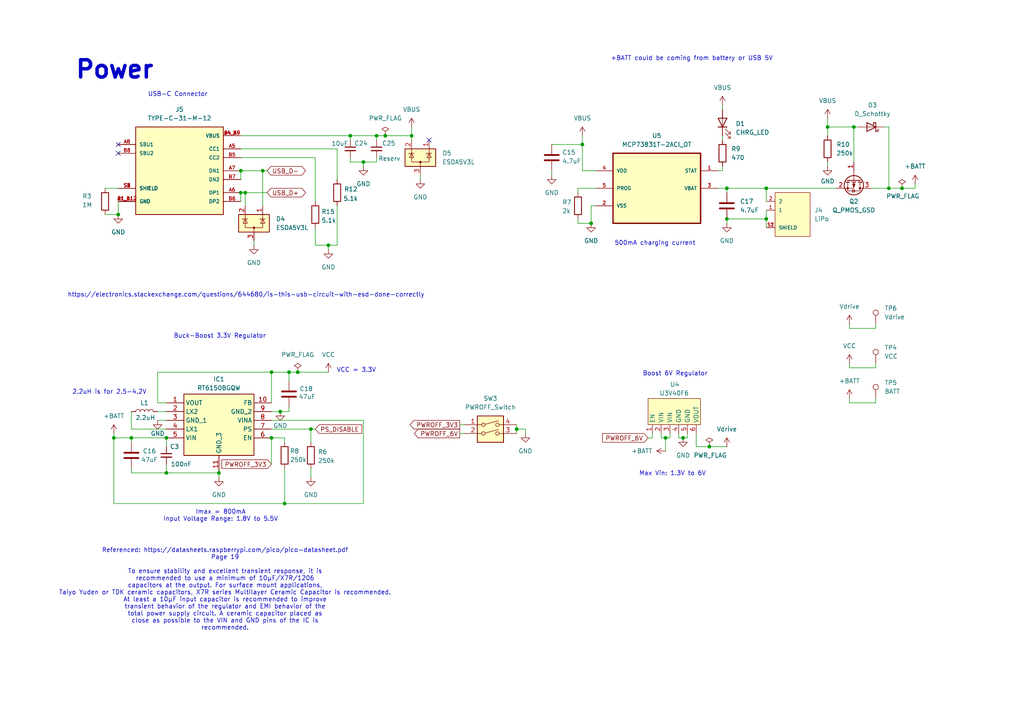
<source format=kicad_sch>
(kicad_sch (version 20231120) (generator "eeschema") (generator_version "8.0")
  (paper "A4")
  (lib_symbols
    (symbol "Connector:TestPoint" (pin_numbers hide) (pin_names (offset 0.762) hide)
      (property "Reference" "TP" (at 0 6.858 0))
      (property "Value" "TestPoint" (at 0 5.08 0))
      (symbol "TestPoint_0_1"
        (circle (center 0 3.302) (radius 0.762))
      )
      (symbol "TestPoint_1_1"
        (pin passive line (at 0 0 90) (length 2.54) (name "1") (number "1"))
      )
    )
    (symbol "Device:C" (pin_numbers hide) (pin_names (offset 0.254))
      (property "Reference" "C" (at 0.635 2.54 0))
      (property "Value" "C" (at 0.635 -2.54 0))
      (symbol "C_0_1"
        (polyline (pts (xy -2.032 -0.762) (xy 2.032 -0.762)) (stroke (width 0.508)))
        (polyline (pts (xy -2.032 0.762) (xy 2.032 0.762)) (stroke (width 0.508)))
      )
      (symbol "C_1_1"
        (pin passive line (at 0 3.81 270) (length 2.794) (name "~") (number "1"))
        (pin passive line (at 0 -3.81 90) (length 2.794) (name "~") (number "2"))
      )
    )
    (symbol "Device:C_Small" (pin_numbers hide) (pin_names (offset 0.254) hide)
      (property "Reference" "C" (at 0.254 1.778 0))
      (property "Value" "C_Small" (at 0.254 -2.032 0))
      (symbol "C_Small_0_1"
        (polyline (pts (xy -1.524 -0.508) (xy 1.524 -0.508)) (stroke (width 0.3302)))
        (polyline (pts (xy -1.524 0.508) (xy 1.524 0.508)) (stroke (width 0.3048)))
      )
      (symbol "C_Small_1_1"
        (pin passive line (at 0 2.54 270) (length 2.032) (name "~") (number "1"))
        (pin passive line (at 0 -2.54 90) (length 2.032) (name "~") (number "2"))
      )
    )
    (symbol "Device:D_Schottky" (pin_numbers hide) (pin_names (offset 1.016) hide)
      (property "Reference" "D" (at 0 2.54 0))
      (property "Value" "D_Schottky" (at 0 -2.54 0))
      (symbol "D_Schottky_0_1"
        (polyline (pts (xy 1.27 0) (xy -1.27 0)))
        (polyline (pts (xy 1.27 1.27) (xy 1.27 -1.27) (xy -1.27 0) (xy 1.27 1.27)) (stroke (width 0.254)))
        (polyline (pts (xy -1.905 0.635) (xy -1.905 1.27) (xy -1.27 1.27) (xy -1.27 -1.27) (xy -0.635 -1.27) (xy -0.635 -0.635)) (stroke (width 0.254)))
      )
      (symbol "D_Schottky_1_1"
        (pin passive line (at -3.81 0 0) (length 2.54) (name "K") (number "1"))
        (pin passive line (at 3.81 0 180) (length 2.54) (name "A") (number "2"))
      )
    )
    (symbol "Device:L" (pin_numbers hide) (pin_names (offset 1.016) hide)
      (property "Reference" "L" (at -1.27 0 90))
      (property "Value" "L" (at 1.905 0 90))
      (symbol "L_0_1"
        (arc (start 0 -2.54) (mid 0.6323 -1.905) (end 0 -1.27))
        (arc (start 0 -1.27) (mid 0.6323 -0.635) (end 0 0))
        (arc (start 0 0) (mid 0.6323 0.635) (end 0 1.27))
        (arc (start 0 1.27) (mid 0.6323 1.905) (end 0 2.54))
      )
      (symbol "L_1_1"
        (pin passive line (at 0 3.81 270) (length 1.27) (name "1") (number "1"))
        (pin passive line (at 0 -3.81 90) (length 1.27) (name "2") (number "2"))
      )
    )
    (symbol "Device:LED" (pin_numbers hide) (pin_names (offset 1.016) hide)
      (property "Reference" "D" (at 0 2.54 0))
      (property "Value" "LED" (at 0 -2.54 0))
      (symbol "LED_0_1"
        (polyline (pts (xy -1.27 -1.27) (xy -1.27 1.27)) (stroke (width 0.254)))
        (polyline (pts (xy -1.27 0) (xy 1.27 0)))
        (polyline (pts (xy 1.27 -1.27) (xy 1.27 1.27) (xy -1.27 0) (xy 1.27 -1.27)) (stroke (width 0.254)))
        (polyline (pts (xy -3.048 -0.762) (xy -4.572 -2.286) (xy -3.81 -2.286) (xy -4.572 -2.286) (xy -4.572 -1.524)))
        (polyline (pts (xy -1.778 -0.762) (xy -3.302 -2.286) (xy -2.54 -2.286) (xy -3.302 -2.286) (xy -3.302 -1.524)))
      )
      (symbol "LED_1_1"
        (pin passive line (at -3.81 0 0) (length 2.54) (name "K") (number "1"))
        (pin passive line (at 3.81 0 180) (length 2.54) (name "A") (number "2"))
      )
    )
    (symbol "Device:Q_PMOS_GSD" (pin_names (offset 0) hide)
      (property "Reference" "Q" (at 5.08 1.27 0))
      (property "Value" "Q_PMOS_GSD" (at 5.08 -1.27 0))
      (symbol "Q_PMOS_GSD_0_1"
        (polyline (pts (xy 0.254 0) (xy -2.54 0)))
        (polyline (pts (xy 0.254 1.905) (xy 0.254 -1.905)) (stroke (width 0.254)))
        (polyline (pts (xy 0.762 -1.27) (xy 0.762 -2.286)) (stroke (width 0.254)))
        (polyline (pts (xy 0.762 0.508) (xy 0.762 -0.508)) (stroke (width 0.254)))
        (polyline (pts (xy 0.762 2.286) (xy 0.762 1.27)) (stroke (width 0.254)))
        (polyline (pts (xy 2.54 2.54) (xy 2.54 1.778)))
        (polyline (pts (xy 2.54 -2.54) (xy 2.54 0) (xy 0.762 0)))
        (polyline (pts (xy 0.762 1.778) (xy 3.302 1.778) (xy 3.302 -1.778) (xy 0.762 -1.778)))
        (polyline (pts (xy 2.286 0) (xy 1.27 0.381) (xy 1.27 -0.381) (xy 2.286 0)) (fill (type outline)))
        (polyline (pts (xy 2.794 -0.508) (xy 2.921 -0.381) (xy 3.683 -0.381) (xy 3.81 -0.254)))
        (polyline (pts (xy 3.302 -0.381) (xy 2.921 0.254) (xy 3.683 0.254) (xy 3.302 -0.381)))
        (circle (center 1.651 0) (radius 2.794) (stroke (width 0.254)))
        (circle (center 2.54 -1.778) (radius 0.254) (fill (type outline)))
        (circle (center 2.54 1.778) (radius 0.254) (fill (type outline)))
      )
      (symbol "Q_PMOS_GSD_1_1"
        (pin input line (at -5.08 0 0) (length 2.54) (name "G") (number "1"))
        (pin passive line (at 2.54 -5.08 90) (length 2.54) (name "S") (number "2"))
        (pin passive line (at 2.54 5.08 270) (length 2.54) (name "D") (number "3"))
      )
    )
    (symbol "Device:R" (pin_numbers hide) (pin_names (offset 0))
      (property "Reference" "R" (at 2.032 0 90))
      (property "Value" "R" (at 0 0 90))
      (symbol "R_0_1"
        (rectangle (start -1.016 -2.54) (end 1.016 2.54) (stroke (width 0.254)))
      )
      (symbol "R_1_1"
        (pin passive line (at 0 3.81 270) (length 1.27) (name "~") (number "1"))
        (pin passive line (at 0 -3.81 90) (length 1.27) (name "~") (number "2"))
      )
    )
    (symbol "GND_1" (power) (pin_numbers hide) (pin_names (offset 0) hide)
      (property "Value" "GND" (at 0 -3.81 0))
      (symbol "GND_1_0_1"
        (polyline (pts (xy 0 0) (xy 0 -1.27) (xy 1.27 -1.27) (xy 0 -2.54) (xy -1.27 -1.27) (xy 0 -1.27)))
      )
      (symbol "GND_1_1_1"
        (pin power_in line (at 0 0 270) (length 0) (name "~") (number "1"))
      )
    )
    (symbol "GND_2" (power) (pin_numbers hide) (pin_names (offset 0) hide)
      (property "Value" "GND" (at 0 -3.81 0))
      (symbol "GND_2_0_1"
        (polyline (pts (xy 0 0) (xy 0 -1.27) (xy 1.27 -1.27) (xy 0 -2.54) (xy -1.27 -1.27) (xy 0 -1.27)))
      )
      (symbol "GND_2_1_1"
        (pin power_in line (at 0 0 270) (length 0) (name "~") (number "1"))
      )
    )
    (symbol "GND_3" (power) (pin_numbers hide) (pin_names (offset 0) hide)
      (property "Value" "GND" (at 0 -3.81 0))
      (symbol "GND_3_0_1"
        (polyline (pts (xy 0 0) (xy 0 -1.27) (xy 1.27 -1.27) (xy 0 -2.54) (xy -1.27 -1.27) (xy 0 -1.27)))
      )
      (symbol "GND_3_1_1"
        (pin power_in line (at 0 0 270) (length 0) (name "~") (number "1"))
      )
    )
    (symbol "GND_4" (power) (pin_numbers hide) (pin_names (offset 0) hide)
      (property "Value" "GND" (at 0 -3.81 0))
      (symbol "GND_4_0_1"
        (polyline (pts (xy 0 0) (xy 0 -1.27) (xy 1.27 -1.27) (xy 0 -2.54) (xy -1.27 -1.27) (xy 0 -1.27)))
      )
      (symbol "GND_4_1_1"
        (pin power_in line (at 0 0 270) (length 0) (name "~") (number "1"))
      )
    )
    (symbol "Mad_Bot:ESDA5V3L" (pin_names hide)
      (property "Reference" "D" (at 5.715 2.54 0))
      (property "Value" "ESDA5V3L" (at 5.715 0.635 0))
      (symbol "ESDA5V3L_0_0"
        (pin passive line (at 0 -5.08 90) (length 2.54) (name "A") (number "3"))
      )
      (symbol "ESDA5V3L_0_1"
        (rectangle (start -4.445 2.54) (end 4.445 -2.54) (stroke (width 0.254)) (fill (type background)))
        (circle (center 0 -1.27) (radius 0.254) (fill (type outline)))
        (polyline (pts (xy -2.54 2.54) (xy -2.54 1.27)))
        (polyline (pts (xy 0 -1.27) (xy 0 -2.54)))
        (polyline (pts (xy 2.54 2.54) (xy 2.54 1.27)))
        (polyline (pts (xy -3.302 1.016) (xy -3.302 1.27) (xy -1.905 1.27) (xy -1.778 1.27)))
        (polyline (pts (xy -2.54 1.27) (xy -2.54 -1.27) (xy 2.54 -1.27) (xy 2.54 1.27)))
        (polyline (pts (xy -2.54 1.27) (xy -1.905 0) (xy -3.175 0) (xy -2.54 1.27)))
        (polyline (pts (xy 1.778 1.016) (xy 1.778 1.27) (xy 3.175 1.27) (xy 3.302 1.27)))
        (polyline (pts (xy 2.54 1.27) (xy 1.905 0) (xy 3.175 0) (xy 2.54 1.27)))
      )
      (symbol "ESDA5V3L_1_1"
        (pin passive line (at 2.54 5.08 270) (length 2.54) (name "K") (number "1"))
        (pin passive line (at -2.54 5.08 270) (length 2.54) (name "K") (number "2"))
      )
    )
    (symbol "Mad_Bot:MCP73831T-2ACI_OT" (pin_names (offset 1.016))
      (property "Reference" "U" (at -4.1227 10.0778 0))
      (property "Value" "MCP73831T-2ACI_OT" (at -9.398 -16.002 0))
      (symbol "MCP73831T-2ACI_OT_0_0"
        (rectangle (start -12.7 -12.7) (end 12.7 7.62) (stroke (width 0.4064)) (fill (type background)))
        (pin output line (at 17.78 2.54 180) (length 5.08) (name "STAT") (number "1"))
        (pin power_in line (at -17.78 -7.62 0) (length 5.08) (name "VSS") (number "2"))
        (pin output line (at 17.78 -2.54 180) (length 5.08) (name "VBAT") (number "3"))
        (pin power_in line (at -17.78 2.54 0) (length 5.08) (name "VDD") (number "4"))
        (pin input line (at -17.78 -2.54 0) (length 5.08) (name "PROG") (number "5"))
      )
    )
    (symbol "Mad_Bot:RT6150BGQW"
      (property "Reference" "IC" (at -6.096 15.494 0))
      (property "Value" "RT6150BGQW" (at -6.096 12.954 0))
      (symbol "RT6150BGQW_1_1"
        (rectangle (start -10.16 10.16) (end 10.16 -7.62) (stroke (width 0.254)) (fill (type background)))
        (pin passive line (at -15.24 7.62 0) (length 5.08) (name "VOUT") (number "1"))
        (pin passive line (at 15.24 7.62 180) (length 5.08) (name "FB") (number "10"))
        (pin passive line (at 0 -12.7 90) (length 5.08) (name "GND_3") (number "11"))
        (pin passive line (at -15.24 5.08 0) (length 5.08) (name "LX2") (number "2"))
        (pin passive line (at -15.24 2.54 0) (length 5.08) (name "GND_1") (number "3"))
        (pin passive line (at -15.24 0 0) (length 5.08) (name "LX1") (number "4"))
        (pin passive line (at -15.24 -2.54 0) (length 5.08) (name "VIN") (number "5"))
        (pin passive line (at 15.24 -2.54 180) (length 5.08) (name "EN") (number "6"))
        (pin passive line (at 15.24 0 180) (length 5.08) (name "PS") (number "7"))
        (pin passive line (at 15.24 2.54 180) (length 5.08) (name "VINA") (number "8"))
        (pin passive line (at 15.24 5.08 180) (length 5.08) (name "GND_2") (number "9"))
      )
    )
    (symbol "Mad_Bot:S2B-PH-SM4-TB_LF_SN" (pin_names (offset 1.016))
      (property "Reference" "J" (at -5.0829 5.5957 0))
      (property "Value" "S2B-PH-SM4-TB_LF_SN" (at -11.684 -9.652 0))
      (symbol "S2B-PH-SM4-TB_LF_SN_0_0"
        (rectangle (start -5.08 -7.62) (end 5.08 5.08) (stroke (width 0.1524)) (fill (type background)))
        (pin passive line (at -7.62 0 0) (length 2.54) (name "1") (number "1"))
        (pin passive line (at -7.62 2.54 0) (length 2.54) (name "2") (number "2"))
        (pin passive line (at -7.62 -5.08 0) (length 2.54) (name "SHIELD") (number "S1"))
        (pin passive line (at -7.62 -5.08 0) (length 2.54) (name "SHIELD") (number "S2"))
      )
    )
    (symbol "Mad_Bot:TYPE-C-31-M-12" (pin_names (offset 1.016))
      (property "Reference" "J" (at -12.7 13.462 0))
      (property "Value" "TYPE-C-31-M-12" (at -12.7 -13.462 0))
      (symbol "TYPE-C-31-M-12_0_0"
        (rectangle (start -12.7 -12.7) (end 12.7 12.7) (stroke (width 0.254)) (fill (type background)))
        (pin power_in line (at -17.78 -8.89 0) (length 5.08) (name "GND") (number "A1_B12"))
        (pin power_in line (at 17.78 10.16 180) (length 5.08) (name "VBUS") (number "A4_B9"))
        (pin bidirectional line (at 17.78 6.35 180) (length 5.08) (name "CC1") (number "A5"))
        (pin bidirectional line (at 17.78 -6.35 180) (length 5.08) (name "DP1") (number "A6"))
        (pin bidirectional line (at 17.78 0 180) (length 5.08) (name "DN1") (number "A7"))
        (pin bidirectional line (at -17.78 7.62 0) (length 5.08) (name "SBU1") (number "A8"))
        (pin power_in line (at -17.78 -8.89 0) (length 5.08) (name "GND") (number "B1_A12"))
        (pin power_in line (at 17.78 10.16 180) (length 5.08) (name "VBUS") (number "B4_A9"))
        (pin bidirectional line (at 17.78 3.81 180) (length 5.08) (name "CC2") (number "B5"))
        (pin bidirectional line (at 17.78 -8.89 180) (length 5.08) (name "DP2") (number "B6"))
        (pin bidirectional line (at 17.78 -2.54 180) (length 5.08) (name "DN2") (number "B7"))
        (pin bidirectional line (at -17.78 5.08 0) (length 5.08) (name "SBU2") (number "B8"))
        (pin passive line (at -17.78 -5.08 0) (length 5.08) (name "SHIELD") (number "S1"))
        (pin passive line (at -17.78 -5.08 0) (length 5.08) (name "SHIELD") (number "S2"))
        (pin passive line (at -17.78 -5.08 0) (length 5.08) (name "SHIELD") (number "S3"))
        (pin passive line (at -17.78 -5.08 0) (length 5.08) (name "SHIELD") (number "S4"))
      )
    )
    (symbol "Mad_Bot:U3V40F6"
      (property "Reference" "U" (at 0 5.08 0))
      (property "Value" "U3V40F6" (at 0 7.112 0))
      (symbol "U3V40F6_1_1"
        (rectangle (start -7.62 3.81) (end 7.62 -3.81) (fill (type background)))
        (pin passive line (at -6.35 -6.35 90) (length 2.54) (name "EN") (number "1"))
        (pin passive line (at -3.81 -6.35 90) (length 2.54) (name "VIN") (number "2"))
        (pin passive line (at -1.27 -6.35 90) (length 2.54) (name "VIN") (number "3"))
        (pin passive line (at 1.27 -6.35 90) (length 2.54) (name "GND") (number "4"))
        (pin passive line (at 3.81 -6.35 90) (length 2.54) (name "GND") (number "5"))
        (pin passive line (at 6.35 -6.35 90) (length 2.54) (name "VOUT") (number "6"))
      )
    )
    (symbol "Switch:SW_DIP_x02" (pin_names (offset 0) hide)
      (property "Reference" "SW" (at 0 6.35 0))
      (property "Value" "SW_DIP_x02" (at 0 -3.81 0))
      (symbol "SW_DIP_x02_0_0"
        (circle (center -2.032 0) (radius 0.508))
        (circle (center -2.032 2.54) (radius 0.508))
        (polyline (pts (xy -1.524 0.127) (xy 2.3622 1.1684)))
        (polyline (pts (xy -1.524 2.667) (xy 2.3622 3.7084)))
        (circle (center 2.032 0) (radius 0.508))
        (circle (center 2.032 2.54) (radius 0.508))
      )
      (symbol "SW_DIP_x02_0_1"
        (rectangle (start -3.81 5.08) (end 3.81 -2.54) (stroke (width 0.254)) (fill (type background)))
      )
      (symbol "SW_DIP_x02_1_1"
        (pin passive line (at -7.62 2.54 0) (length 5.08) (name "~") (number "1"))
        (pin passive line (at -7.62 0 0) (length 5.08) (name "~") (number "2"))
        (pin passive line (at 7.62 0 180) (length 5.08) (name "~") (number "3"))
        (pin passive line (at 7.62 2.54 180) (length 5.08) (name "~") (number "4"))
      )
    )
    (symbol "VBUS_1" (power) (pin_numbers hide) (pin_names (offset 0) hide)
      (property "Value" "VBUS" (at 0 3.556 0))
      (symbol "VBUS_1_0_1"
        (polyline (pts (xy -0.762 1.27) (xy 0 2.54)))
        (polyline (pts (xy 0 0) (xy 0 2.54)))
        (polyline (pts (xy 0 2.54) (xy 0.762 1.27)))
      )
      (symbol "VBUS_1_1_1"
        (pin power_in line (at 0 0 90) (length 0) (name "~") (number "1"))
      )
    )
    (symbol "VBUS_2" (power) (pin_numbers hide) (pin_names (offset 0) hide)
      (property "Value" "VBUS" (at 0 3.556 0))
      (symbol "VBUS_2_0_1"
        (polyline (pts (xy -0.762 1.27) (xy 0 2.54)))
        (polyline (pts (xy 0 0) (xy 0 2.54)))
        (polyline (pts (xy 0 2.54) (xy 0.762 1.27)))
      )
      (symbol "VBUS_2_1_1"
        (pin power_in line (at 0 0 90) (length 0) (name "~") (number "1"))
      )
    )
    (symbol "power:+BATT" (power) (pin_numbers hide) (pin_names (offset 0) hide)
      (property "Value" "+BATT" (at 0 3.556 0))
      (symbol "+BATT_0_1"
        (polyline (pts (xy -0.762 1.27) (xy 0 2.54)))
        (polyline (pts (xy 0 0) (xy 0 2.54)))
        (polyline (pts (xy 0 2.54) (xy 0.762 1.27)))
      )
      (symbol "+BATT_1_1"
        (pin power_in line (at 0 0 90) (length 0) (name "~") (number "1"))
      )
    )
    (symbol "power:GND" (power) (pin_numbers hide) (pin_names (offset 0) hide)
      (property "Value" "GND" (at 0 -3.81 0))
      (symbol "GND_0_1"
        (polyline (pts (xy 0 0) (xy 0 -1.27) (xy 1.27 -1.27) (xy 0 -2.54) (xy -1.27 -1.27) (xy 0 -1.27)))
      )
      (symbol "GND_1_1"
        (pin power_in line (at 0 0 270) (length 0) (name "~") (number "1"))
      )
    )
    (symbol "power:PWR_FLAG" (power) (pin_numbers hide) (pin_names (offset 0) hide)
      (property "Value" "PWR_FLAG" (at 0 3.81 0))
      (symbol "PWR_FLAG_0_0"
        (pin power_out line (at 0 0 90) (length 0) (name "~") (number "1"))
      )
      (symbol "PWR_FLAG_0_1"
        (polyline (pts (xy 0 0) (xy 0 1.27) (xy -1.016 1.905) (xy 0 2.54) (xy 1.016 1.905) (xy 0 1.27)))
      )
    )
    (symbol "power:VCC" (power) (pin_numbers hide) (pin_names (offset 0) hide)
      (property "Value" "VCC" (at 0 3.556 0))
      (symbol "VCC_0_1"
        (polyline (pts (xy -0.762 1.27) (xy 0 2.54)))
        (polyline (pts (xy 0 0) (xy 0 2.54)))
        (polyline (pts (xy 0 2.54) (xy 0.762 1.27)))
      )
      (symbol "VCC_1_1"
        (pin power_in line (at 0 0 90) (length 0) (name "~") (number "1"))
      )
    )
    (symbol "power:Vdrive" (power) (pin_numbers hide) (pin_names (offset 0) hide)
      (property "Value" "Vdrive" (at 0 3.556 0))
      (symbol "Vdrive_0_1"
        (polyline (pts (xy -0.762 1.27) (xy 0 2.54)))
        (polyline (pts (xy 0 0) (xy 0 2.54)))
        (polyline (pts (xy 0 2.54) (xy 0.762 1.27)))
      )
      (symbol "Vdrive_1_1"
        (pin power_in line (at 0 0 90) (length 0) (name "~") (number "1"))
      )
    )
  )
  (junction (at 240.03 36.83))
  (junction (at 222.25 54.61))
  (junction (at 81.28 119.38))
  (junction (at 38.1 127))
  (junction (at 33.02 127))
  (junction (at 149.86 124.46))
  (junction (at 48.26 127))
  (junction (at 82.55 146.05))
  (junction (at 101.6 39.37))
  (junction (at 247.65 36.83))
  (junction (at 261.62 54.61))
  (junction (at 69.85 49.53))
  (junction (at 34.29 62.23))
  (junction (at 86.36 107.95))
  (junction (at 210.82 63.5))
  (junction (at 119.38 39.37))
  (junction (at 63.5 137.16))
  (junction (at 90.17 124.46))
  (junction (at 111.76 39.37))
  (junction (at 222.25 63.5))
  (junction (at 257.81 54.61))
  (junction (at 76.2 49.53))
  (junction (at 78.74 107.95))
  (junction (at 198.12 127))
  (junction (at 48.26 137.16))
  (junction (at 205.74 129.54))
  (junction (at 95.25 71.12))
  (junction (at 78.74 127))
  (junction (at 83.82 107.95))
  (junction (at 168.91 41.91))
  (junction (at 109.22 39.37))
  (junction (at 71.12 55.88))
  (junction (at 69.85 55.88))
  (junction (at 210.82 54.61))
  (junction (at 171.45 64.77))
  (junction (at 193.04 127))
  (junction (at 105.41 46.99))
  (no_connect (at 34.29 44.45))
  (no_connect (at 124.46 40.64))
  (no_connect (at 34.29 41.91))
  (wire (pts (xy 222.25 54.61) (xy 242.57 54.61)))
  (wire (pts (xy 199.39 125.73) (xy 199.39 127)))
  (wire (pts (xy 105.41 46.99) (xy 105.41 48.26)))
  (wire (pts (xy 189.23 127) (xy 189.23 125.73)))
  (wire (pts (xy 101.6 39.37) (xy 101.6 40.64)))
  (wire (pts (xy 91.44 66.04) (xy 91.44 71.12)))
  (wire (pts (xy 101.6 39.37) (xy 109.22 39.37)))
  (wire (pts (xy 109.22 45.72) (xy 109.22 46.99)))
  (wire (pts (xy 222.25 54.61) (xy 222.25 58.42)))
  (wire (pts (xy 257.81 36.83) (xy 256.54 36.83)))
  (wire (pts (xy 168.91 41.91) (xy 168.91 49.53)))
  (wire (pts (xy 69.85 45.72) (xy 91.44 45.72)))
  (wire (pts (xy 105.41 146.05) (xy 105.41 121.92)))
  (wire (pts (xy 199.39 127) (xy 198.12 127)))
  (wire (pts (xy 45.72 121.92) (xy 48.26 121.92)))
  (wire (pts (xy 69.85 55.88) (xy 71.12 55.88)))
  (wire (pts (xy 254 106.68) (xy 254 105.41)))
  (wire (pts (xy 210.82 54.61) (xy 210.82 55.88)))
  (wire (pts (xy 82.55 127) (xy 82.55 128.27)))
  (wire (pts (xy 119.38 39.37) (xy 119.38 40.64)))
  (wire (pts (xy 95.25 71.12) (xy 97.79 71.12)))
  (wire (pts (xy 30.48 54.61) (xy 34.29 54.61)))
  (wire (pts (xy 48.26 134.62) (xy 48.26 137.16)))
  (wire (pts (xy 193.04 127) (xy 193.04 130.81)))
  (wire (pts (xy 109.22 39.37) (xy 109.22 40.64)))
  (wire (pts (xy 247.65 36.83) (xy 247.65 46.99)))
  (wire (pts (xy 257.81 36.83) (xy 257.81 54.61)))
  (wire (pts (xy 201.93 125.73) (xy 201.93 129.54)))
  (wire (pts (xy 240.03 46.99) (xy 240.03 48.26)))
  (wire (pts (xy 246.38 95.25) (xy 254 95.25)))
  (wire (pts (xy 69.85 43.18) (xy 97.79 43.18)))
  (wire (pts (xy 172.72 59.69) (xy 171.45 59.69)))
  (wire (pts (xy 111.76 39.37) (xy 119.38 39.37)))
  (wire (pts (xy 196.85 125.73) (xy 196.85 127)))
  (wire (pts (xy 191.77 127) (xy 193.04 127)))
  (wire (pts (xy 69.85 39.37) (xy 101.6 39.37)))
  (wire (pts (xy 33.02 146.05) (xy 82.55 146.05)))
  (wire (pts (xy 45.72 116.84) (xy 48.26 116.84)))
  (wire (pts (xy 265.43 54.61) (xy 261.62 54.61)))
  (wire (pts (xy 38.1 135.89) (xy 38.1 137.16)))
  (wire (pts (xy 209.55 30.48) (xy 209.55 31.75)))
  (wire (pts (xy 119.38 39.37) (xy 119.38 36.83)))
  (wire (pts (xy 240.03 36.83) (xy 247.65 36.83)))
  (wire (pts (xy 121.92 50.8) (xy 121.92 52.07)))
  (wire (pts (xy 78.74 124.46) (xy 90.17 124.46)))
  (wire (pts (xy 265.43 53.34) (xy 265.43 54.61)))
  (wire (pts (xy 168.91 39.37) (xy 168.91 41.91)))
  (wire (pts (xy 78.74 116.84) (xy 78.74 107.95)))
  (wire (pts (xy 83.82 118.11) (xy 83.82 119.38)))
  (wire (pts (xy 82.55 146.05) (xy 105.41 146.05)))
  (wire (pts (xy 201.93 129.54) (xy 205.74 129.54)))
  (wire (pts (xy 45.72 107.95) (xy 45.72 116.84)))
  (wire (pts (xy 246.38 105.41) (xy 246.38 106.68)))
  (wire (pts (xy 83.82 107.95) (xy 86.36 107.95)))
  (wire (pts (xy 254 95.25) (xy 254 93.98)))
  (wire (pts (xy 33.02 127) (xy 38.1 127)))
  (wire (pts (xy 34.29 58.42) (xy 34.29 62.23)))
  (wire (pts (xy 152.4 124.46) (xy 152.4 125.73)))
  (wire (pts (xy 193.04 127) (xy 194.31 127)))
  (wire (pts (xy 167.64 54.61) (xy 172.72 54.61)))
  (wire (pts (xy 90.17 124.46) (xy 91.44 124.46)))
  (wire (pts (xy 91.44 45.72) (xy 91.44 58.42)))
  (wire (pts (xy 78.74 127) (xy 82.55 127)))
  (wire (pts (xy 45.72 107.95) (xy 78.74 107.95)))
  (wire (pts (xy 33.02 127) (xy 33.02 146.05)))
  (wire (pts (xy 222.25 63.5) (xy 222.25 66.04)))
  (wire (pts (xy 91.44 71.12) (xy 95.25 71.12)))
  (wire (pts (xy 71.12 55.88) (xy 77.47 55.88)))
  (wire (pts (xy 97.79 59.69) (xy 97.79 71.12)))
  (wire (pts (xy 48.26 137.16) (xy 63.5 137.16)))
  (wire (pts (xy 76.2 49.53) (xy 76.2 59.69)))
  (wire (pts (xy 81.28 119.38) (xy 83.82 119.38)))
  (wire (pts (xy 254 115.57) (xy 254 116.84)))
  (wire (pts (xy 33.02 125.73) (xy 33.02 127)))
  (wire (pts (xy 167.64 64.77) (xy 167.64 63.5)))
  (wire (pts (xy 171.45 59.69) (xy 171.45 64.77)))
  (wire (pts (xy 210.82 54.61) (xy 222.25 54.61)))
  (wire (pts (xy 167.64 54.61) (xy 167.64 55.88)))
  (wire (pts (xy 168.91 49.53) (xy 172.72 49.53)))
  (wire (pts (xy 246.38 115.57) (xy 246.38 116.84)))
  (wire (pts (xy 246.38 116.84) (xy 254 116.84)))
  (wire (pts (xy 210.82 63.5) (xy 210.82 64.77)))
  (wire (pts (xy 69.85 55.88) (xy 69.85 58.42)))
  (wire (pts (xy 95.25 71.12) (xy 95.25 72.39)))
  (wire (pts (xy 38.1 137.16) (xy 48.26 137.16)))
  (wire (pts (xy 78.74 119.38) (xy 81.28 119.38)))
  (wire (pts (xy 246.38 93.98) (xy 246.38 95.25)))
  (wire (pts (xy 101.6 46.99) (xy 105.41 46.99)))
  (wire (pts (xy 209.55 39.37) (xy 209.55 40.64)))
  (wire (pts (xy 209.55 49.53) (xy 208.28 49.53)))
  (wire (pts (xy 167.64 64.77) (xy 171.45 64.77)))
  (wire (pts (xy 240.03 34.29) (xy 240.03 36.83)))
  (wire (pts (xy 86.36 107.95) (xy 95.25 107.95)))
  (wire (pts (xy 160.02 49.53) (xy 160.02 50.8)))
  (wire (pts (xy 78.74 127) (xy 78.74 134.62)))
  (wire (pts (xy 101.6 45.72) (xy 101.6 46.99)))
  (wire (pts (xy 247.65 36.83) (xy 248.92 36.83)))
  (wire (pts (xy 73.66 69.85) (xy 73.66 71.12)))
  (wire (pts (xy 196.85 127) (xy 198.12 127)))
  (wire (pts (xy 78.74 121.92) (xy 105.41 121.92)))
  (wire (pts (xy 209.55 48.26) (xy 209.55 49.53)))
  (wire (pts (xy 210.82 63.5) (xy 222.25 63.5)))
  (wire (pts (xy 90.17 124.46) (xy 90.17 128.27)))
  (wire (pts (xy 78.74 107.95) (xy 83.82 107.95)))
  (wire (pts (xy 105.41 46.99) (xy 109.22 46.99)))
  (wire (pts (xy 82.55 135.89) (xy 82.55 146.05)))
  (wire (pts (xy 133.35 125.73) (xy 134.62 125.73)))
  (wire (pts (xy 149.86 124.46) (xy 149.86 125.73)))
  (wire (pts (xy 252.73 54.61) (xy 257.81 54.61)))
  (wire (pts (xy 222.25 60.96) (xy 222.25 63.5)))
  (wire (pts (xy 30.48 62.23) (xy 34.29 62.23)))
  (wire (pts (xy 38.1 127) (xy 48.26 127)))
  (wire (pts (xy 45.72 119.38) (xy 48.26 119.38)))
  (wire (pts (xy 38.1 127) (xy 38.1 128.27)))
  (wire (pts (xy 97.79 43.18) (xy 97.79 52.07)))
  (wire (pts (xy 38.1 124.46) (xy 38.1 119.38)))
  (wire (pts (xy 261.62 54.61) (xy 257.81 54.61)))
  (wire (pts (xy 205.74 129.54) (xy 210.82 129.54)))
  (wire (pts (xy 48.26 124.46) (xy 38.1 124.46)))
  (wire (pts (xy 208.28 54.61) (xy 210.82 54.61)))
  (wire (pts (xy 83.82 107.95) (xy 83.82 110.49)))
  (wire (pts (xy 48.26 127) (xy 48.26 129.54)))
  (wire (pts (xy 133.35 123.19) (xy 134.62 123.19)))
  (wire (pts (xy 240.03 36.83) (xy 240.03 39.37)))
  (wire (pts (xy 149.86 123.19) (xy 149.86 124.46)))
  (wire (pts (xy 191.77 125.73) (xy 191.77 127)))
  (wire (pts (xy 160.02 41.91) (xy 168.91 41.91)))
  (wire (pts (xy 187.96 127) (xy 189.23 127)))
  (wire (pts (xy 246.38 106.68) (xy 254 106.68)))
  (wire (pts (xy 71.12 55.88) (xy 71.12 59.69)))
  (wire (pts (xy 69.85 49.53) (xy 76.2 49.53)))
  (wire (pts (xy 63.5 137.16) (xy 63.5 138.43)))
  (wire (pts (xy 194.31 127) (xy 194.31 125.73)))
  (wire (pts (xy 69.85 49.53) (xy 69.85 52.07)))
  (wire (pts (xy 109.22 39.37) (xy 111.76 39.37)))
  (wire (pts (xy 76.2 49.53) (xy 77.47 49.53)))
  (wire (pts (xy 90.17 135.89) (xy 90.17 138.43)))
  (wire (pts (xy 149.86 124.46) (xy 152.4 124.46)))
  (text "Referenced: https://datasheets.raspberrypi.com/pico/pico-datasheet.pdf\nPage 19\n\nTo ensure stability and excellent transient response, it is\nrecommended to use a minimum of 10μF/X7R/1206\ncapacitors at the output. For surface mount applications,\nTaiyo Yuden or TDK ceramic capacitors, X7R series Multilayer Ceramic Capacitor is recommended.\nAt least a 10μF input capacitor is recommended to improve\ntransient behavior of the regulator and EMI behavior of the\ntotal power supply circuit. A ceramic capacitor placed as\nclose as possible to the VIN and GND pins of the IC is\nrecommended." (at 65.278 170.942 0) (effects (font (size 1.27 1.27))))
  (text "Boost 6V Regulator" (at 195.834 108.458 0) (effects (font (size 1.27 1.27))))
  (text "Max Vin: 1.3V to 6V" (at 195.072 137.414 0) (effects (font (size 1.27 1.27))))
  (text "2.2uH is for 2.5-4.2V" (at 31.75 113.792 0) (effects (font (size 1.27 1.27))))
  (text "500mA charging current" (at 189.992 70.612 0) (effects (font (size 1.27 1.27))))
  (text "Buck-Boost 3.3V Regulator" (at 63.754 97.536 0) (effects (font (size 1.27 1.27))))
  (text "Power" (exclude_from_sim yes) (at 33.274 20.32 0) (effects (font (size 5 5) (thickness 1) (bold yes))))
  (text "https://electronics.stackexchange.com/questions/644680/is-this-usb-circuit-with-esd-done-correctly" (at 71.374 85.598 0) (effects (font (size 1.27 1.27))))
  (text "+BATT could be coming from battery or USB 5V" (at 200.66 17.018 0) (effects (font (size 1.27 1.27))))
  (text "VCC = 3.3V" (at 103.378 107.442 0) (effects (font (size 1.27 1.27))))
  (text "USB-C Connector" (at 51.562 27.432 0) (effects (font (size 1.27 1.27))))
  (text "Imax = 800mA\nInput Voltage Range: 1.8V to 5.5V" (at 64.008 149.606 0) (effects (font (size 1.27 1.27))))
  (global_label "USB_D+" (shape bidirectional) (at 77.47 55.88 0) (property "Intersheetrefs" "${INTERSHEET_REFS}" (effects (hide yes))))
  (global_label "PS_DISABLE" (shape input) (at 91.44 124.46 0) (property "Intersheetrefs" "${INTERSHEET_REFS}" (effects (hide yes))))
  (global_label "PWROFF_6V" (shape input) (at 187.96 127 180) (property "Intersheetrefs" "${INTERSHEET_REFS}" (effects (hide yes))))
  (global_label "PWROFF_3V3" (shape input) (at 78.74 134.62 180) (property "Intersheetrefs" "${INTERSHEET_REFS}" (effects (hide yes))))
  (global_label "USB_D-" (shape bidirectional) (at 77.47 49.53 0) (property "Intersheetrefs" "${INTERSHEET_REFS}" (effects (hide yes))))
  (global_label "PWROFF_3V3" (shape output) (at 133.35 123.19 180) (property "Intersheetrefs" "${INTERSHEET_REFS}" (effects (hide yes))))
  (global_label "PWROFF_6V" (shape output) (at 133.35 125.73 180) (property "Intersheetrefs" "${INTERSHEET_REFS}" (effects (hide yes))))
  (symbol (lib_id "Connector:TestPoint") (at 254 115.57 0) (unit 1)
    (property "Reference" "TP5" (at 256.54 110.9979 0) (effects (justify left)))
    (property "Value" "BATT" (at 256.54 113.5379 0) (effects (justify left)))
    (property "Footprint" "TestPoint:TestPoint_Pad_1.5x1.5mm" (effects (hide yes)))
    (property "Description" "test point" (effects (hide yes)))
  )
  (symbol (lib_id "Device:R") (at 91.44 62.23 0) (unit 1)
    (property "Reference" "R15" (at 93.218 61.3953 0) (effects (justify left)))
    (property "Value" "5.1k" (at 93.218 63.9322 0) (effects (justify left)))
    (property "Footprint" "Resistor_SMD:R_0603_1608Metric_Pad0.98x0.95mm_HandSolder" (effects (hide yes)))
  )
  (symbol (lib_id "Device:D_Schottky") (at 252.73 36.83 180) (unit 1)
    (property "Reference" "D3" (at 253.0475 30.48 0))
    (property "Value" "D_Schottky" (at 253.0475 33.02 0))
    (property "Footprint" "Diode_SMD:D_SOD-123F" (effects (hide yes)))
    (property "Description" "Schottky diode" (effects (hide yes)))
  )
  (symbol (lib_id "power:Vdrive") (at 210.82 129.54 0) (unit 1)
    (property "Reference" "#PWR041" (effects (hide yes)))
    (property "Value" "Vdrive" (at 210.82 124.46 0))
    (property "Description" "Power symbol creates a global label with name \"Vdrive\"" (effects (hide yes)))
  )
  (symbol (lib_id "Mad_Bot:U3V40F6") (at 195.58 119.38 0) (unit 1)
    (property "Reference" "U4" (at 194.31 111.506 0) (effects (justify left)))
    (property "Value" "U3V40F6" (at 191.262 114.046 0) (effects (justify left)))
    (property "Footprint" "Mad_Bot:U3V40F6_upd" (effects (hide yes)))
  )
  (symbol (lib_id "Mad_Bot:MCP73831T-2ACI_OT") (at 190.5 52.07 0) (unit 1)
    (property "Reference" "U5" (at 190.5 39.37 0))
    (property "Value" "MCP73831T-2ACI_OT" (at 190.5 41.91 0))
    (property "Footprint" "Mad_Bot:SOT95P280X145-5N" (effects (hide yes)))
    (property "MF" "Microchip" (effects (hide yes)))
    (property "Description_1" "\nTINY INTEGRATED LI-ION/LI-POLY CHARGE MGNT CONTROLLER, 4.2V VREG | Microchip Technology Inc. MCP73831T-2ACI/OT\n" (effects (hide yes)))
    (property "PACKAGE" "SOT-5" (effects (hide yes)))
    (property "MPN" "MCP73831T-2ACI/OT" (effects (hide yes)))
    (property "Price" "None" (effects (hide yes)))
    (property "Package" "SOT-23 Microchip" (effects (hide yes)))
    (property "OC_FARNELL" "1332158" (effects (hide yes)))
    (property "SnapEDA_Link" "https://www.snapeda.com/parts/MCP73831T-2ACI/OT/Microchip/view-part/?ref=snap" (effects (hide yes)))
    (property "MP" "MCP73831T-2ACI/OT" (effects (hide yes)))
    (property "Purchase-URL" "https://www.snapeda.com/api/url_track_click_mouser/?unipart_id=53208&manufacturer=Microchip&part_name=MCP73831T-2ACI/OT&search_term=None" (effects (hide yes)))
    (property "SUPPLIER" "Microchip" (effects (hide yes)))
    (property "OC_NEWARK" "56K7045" (effects (hide yes)))
    (property "Availability" "In Stock" (effects (hide yes)))
    (property "Check_prices" "https://www.snapeda.com/parts/MCP73831T-2ACI/OT/Microchip/view-part/?ref=eda" (effects (hide yes)))
  )
  (symbol (lib_id "Connector:TestPoint") (at 254 105.41 0) (unit 1)
    (property "Reference" "TP4" (at 256.54 100.8379 0) (effects (justify left)))
    (property "Value" "VCC" (at 256.54 103.3779 0) (effects (justify left)))
    (property "Footprint" "TestPoint:TestPoint_Pad_1.5x1.5mm" (effects (hide yes)))
    (property "Description" "test point" (effects (hide yes)))
  )
  (symbol (lib_id "power:Vdrive") (at 246.38 93.98 0) (unit 1)
    (property "Reference" "#PWR023" (effects (hide yes)))
    (property "Value" "Vdrive" (at 246.38 88.9 0))
    (property "Description" "Power symbol creates a global label with name \"Vdrive\"" (effects (hide yes)))
  )
  (symbol (lib_id "power:GND") (at 95.25 72.39 0) (unit 1)
    (property "Reference" "#PWR010" (effects (hide yes)))
    (property "Value" "GND" (at 95.25 77.47 0))
    (property "Description" "Power symbol creates a global label with name \"GND\" , ground" (effects (hide yes)))
  )
  (symbol (lib_id "Device:C_Small") (at 109.22 43.18 0) (unit 1)
    (property "Reference" "C25" (at 110.7948 41.5798 0) (effects (justify left)))
    (property "Value" "Reserv" (at 109.728 45.974 0) (effects (justify left)))
    (property "Footprint" "Capacitor_SMD:C_0603_1608Metric_Pad1.08x0.95mm_HandSolder" (effects (hide yes)))
  )
  (symbol (lib_id "power:PWR_FLAG") (at 261.62 54.61 0) (unit 1)
    (property "Reference" "#FLG02" (effects (hide yes)))
    (property "Value" "PWR_FLAG" (at 261.874 56.896 0))
    (property "Description" "Special symbol for telling ERC where power comes from" (effects (hide yes)))
  )
  (symbol (lib_name "VBUS_2") (lib_id "power:VBUS") (at 209.55 30.48 0) (unit 1)
    (property "Reference" "#PWR046" (effects (hide yes)))
    (property "Value" "VBUS" (at 209.55 25.4 0))
    (property "Description" "Power symbol creates a global label with name \"VBUS\"" (effects (hide yes)))
  )
  (symbol (lib_id "Device:R") (at 167.64 59.69 0) (unit 1)
    (property "Reference" "R7" (at 163.068 58.674 0) (effects (justify left)))
    (property "Value" "2k" (at 163.068 61.214 0) (effects (justify left)))
    (property "Footprint" "Resistor_SMD:R_0603_1608Metric_Pad0.98x0.95mm_HandSolder" (effects (hide yes)))
    (property "Description" "Resistor" (effects (hide yes)))
  )
  (symbol (lib_id "power:GND") (at 105.41 48.26 0) (unit 1)
    (property "Reference" "#PWR053" (effects (hide yes)))
    (property "Value" "GND" (at 105.41 53.34 0))
    (property "Description" "Power symbol creates a global label with name \"GND\" , ground" (effects (hide yes)))
  )
  (symbol (lib_id "Device:C_Small") (at 48.26 132.08 0) (unit 1)
    (property "Reference" "C3" (at 49.276 129.54 0) (effects (justify left)))
    (property "Value" "100nF" (at 49.53 134.62 0) (effects (justify left)))
    (property "Footprint" "Capacitor_SMD:C_0603_1608Metric_Pad1.08x0.95mm_HandSolder" (effects (hide yes)))
    (property "Description" "Unpolarized capacitor, small symbol" (effects (hide yes)))
  )
  (symbol (lib_id "Mad_Bot:S2B-PH-SM4-TB_LF_SN") (at 229.87 60.96 0) (unit 1)
    (property "Reference" "J4" (at 236.22 60.9599 0) (effects (justify left)))
    (property "Value" "LiPo" (at 236.22 63.4999 0) (effects (justify left)))
    (property "Footprint" "Mad_Bot:JST_S2B-PH-SM4-TB_LF__SN_" (effects (hide yes)))
    (property "MF" "JST Sales" (effects (hide yes)))
    (property "Description_1" "\nConnector Header Surface Mount, Right Angle 2 position 0.079 (2.00mm)\n" (effects (hide yes)))
    (property "Package" "None" (effects (hide yes)))
    (property "Price" "None" (effects (hide yes)))
    (property "Check_prices" "https://www.snapeda.com/parts/S2B-PH-SM4-TB(LF)(SN)/JST+Sales+America+Inc./view-part/?ref=eda" (effects (hide yes)))
    (property "STANDARD" "Manufacturer Recommendation" (effects (hide yes)))
    (property "SnapEDA_Link" "https://www.snapeda.com/parts/S2B-PH-SM4-TB(LF)(SN)/JST+Sales+America+Inc./view-part/?ref=snap" (effects (hide yes)))
    (property "MP" "S2B-PH-SM4-TB(LF)(SN)" (effects (hide yes)))
    (property "Purchase-URL" "https://www.snapeda.com/api/url_track_click_mouser/?unipart_id=46879&manufacturer=JST Sales&part_name=S2B-PH-SM4-TB(LF)(SN)&search_term=None" (effects (hide yes)))
    (property "Availability" "In Stock" (effects (hide yes)))
    (property "MANUFACTURER" "JST" (effects (hide yes)))
  )
  (symbol (lib_name "GND_3") (lib_id "power:GND") (at 240.03 48.26 0) (unit 1)
    (property "Reference" "#PWR049" (effects (hide yes)))
    (property "Value" "GND" (at 240.03 52.578 0))
    (property "Description" "Power symbol creates a global label with name \"GND\" , ground" (effects (hide yes)))
  )
  (symbol (lib_id "Device:Q_PMOS_GSD") (at 247.65 52.07 270) (unit 1)
    (property "Reference" "Q2" (at 247.65 58.42 90))
    (property "Value" "Q_PMOS_GSD" (at 247.65 60.96 90))
    (property "Footprint" "Package_TO_SOT_SMD:SOT-23" (effects (hide yes)))
    (property "Description" "P-MOSFET transistor, gate/source/drain" (effects (hide yes)))
  )
  (symbol (lib_id "Device:C") (at 210.82 59.69 0) (unit 1)
    (property "Reference" "C17" (at 214.63 58.4199 0) (effects (justify left)))
    (property "Value" "4.7uF" (at 214.63 60.9599 0) (effects (justify left)))
    (property "Footprint" "Capacitor_SMD:C_0603_1608Metric_Pad1.08x0.95mm_HandSolder" (effects (hide yes)))
    (property "Description" "Unpolarized capacitor" (effects (hide yes)))
  )
  (symbol (lib_name "GND_1") (lib_id "power:GND") (at 63.5 138.43 0) (unit 1)
    (property "Reference" "#PWR031" (effects (hide yes)))
    (property "Value" "GND" (at 63.5 143.51 0))
    (property "Description" "Power symbol creates a global label with name \"GND\" , ground" (effects (hide yes)))
  )
  (symbol (lib_id "Device:LED") (at 209.55 35.56 90) (unit 1)
    (property "Reference" "D1" (at 213.36 35.8774 90) (effects (justify right)))
    (property "Value" "CHRG_LED" (at 213.36 38.4174 90) (effects (justify right)))
    (property "Footprint" "LED_SMD:LED_0603_1608Metric_Pad1.05x0.95mm_HandSolder" (effects (hide yes)))
    (property "Description" "Light emitting diode" (effects (hide yes)))
  )
  (symbol (lib_name "VBUS_2") (lib_id "power:VBUS") (at 240.03 34.29 0) (unit 1)
    (property "Reference" "#PWR048" (effects (hide yes)))
    (property "Value" "VBUS" (at 240.03 29.21 0))
    (property "Description" "Power symbol creates a global label with name \"VBUS\"" (effects (hide yes)))
  )
  (symbol (lib_name "GND_4") (lib_id "power:GND") (at 34.29 62.23 0) (unit 1)
    (property "Reference" "#PWR06" (effects (hide yes)))
    (property "Value" "GND" (at 34.29 67.31 0))
    (property "Description" "Power symbol creates a global label with name \"GND\" , ground" (effects (hide yes)))
  )
  (symbol (lib_name "GND_3") (lib_id "power:GND") (at 171.45 64.77 0) (unit 1)
    (property "Reference" "#PWR042" (effects (hide yes)))
    (property "Value" "GND" (at 171.45 69.85 0))
    (property "Description" "Power symbol creates a global label with name \"GND\" , ground" (effects (hide yes)))
  )
  (symbol (lib_id "Device:C") (at 160.02 45.72 0) (unit 1)
    (property "Reference" "C15" (at 163.068 44.196 0) (effects (justify left)))
    (property "Value" "4.7uF" (at 163.068 46.736 0) (effects (justify left)))
    (property "Footprint" "Capacitor_SMD:C_0603_1608Metric_Pad1.08x0.95mm_HandSolder" (effects (hide yes)))
    (property "Description" "Unpolarized capacitor" (effects (hide yes)))
  )
  (symbol (lib_id "power:+BATT") (at 33.02 125.73 0) (unit 1)
    (property "Reference" "#PWR033" (effects (hide yes)))
    (property "Value" "+BATT" (at 33.02 120.65 0))
    (property "Description" "Power symbol creates a global label with name \"+BATT\"" (effects (hide yes)))
  )
  (symbol (lib_name "VBUS_2") (lib_id "power:VBUS") (at 168.91 39.37 0) (unit 1)
    (property "Reference" "#PWR043" (effects (hide yes)))
    (property "Value" "VBUS" (at 168.91 34.29 0))
    (property "Description" "Power symbol creates a global label with name \"VBUS\"" (effects (hide yes)))
  )
  (symbol (lib_id "Switch:SW_DIP_x02") (at 142.24 125.73 0) (unit 1)
    (property "Reference" "SW3" (at 142.24 115.57 0))
    (property "Value" "PWROFF_Switch" (at 142.24 118.11 0))
    (property "Footprint" "Mad_Bot:DV7SA-02F-01_SW_DIP_SPSTx02_Slide" (effects (hide yes)))
    (property "Description" "2x DIP Switch, Single Pole Single Throw (SPST) switch, small symbol" (effects (hide yes)))
  )
  (symbol (lib_id "power:VCC") (at 246.38 105.41 0) (unit 1)
    (property "Reference" "#PWR013" (effects (hide yes)))
    (property "Value" "VCC" (at 246.38 100.33 0))
    (property "Description" "Power symbol creates a global label with name \"VCC\"" (effects (hide yes)))
  )
  (symbol (lib_name "GND_1") (lib_id "power:GND") (at 152.4 125.73 0) (unit 1)
    (property "Reference" "#PWR029" (effects (hide yes)))
    (property "Value" "GND" (at 152.4 130.81 0))
    (property "Description" "Power symbol creates a global label with name \"GND\" , ground" (effects (hide yes)))
  )
  (symbol (lib_id "Device:C_Small") (at 101.6 43.18 0) (unit 1)
    (property "Reference" "C24" (at 102.7684 41.5798 0) (effects (justify left)))
    (property "Value" "10uF" (at 96.1136 41.6306 0) (effects (justify left)))
    (property "Footprint" "Capacitor_SMD:C_1206_3216Metric_Pad1.33x1.80mm_HandSolder" (effects (hide yes)))
  )
  (symbol (lib_id "Device:R") (at 30.48 58.42 0) (unit 1)
    (property "Reference" "R3" (at 23.876 56.896 0) (effects (justify left)))
    (property "Value" "1M" (at 23.876 59.436 0) (effects (justify left)))
    (property "Footprint" "Resistor_SMD:R_0603_1608Metric_Pad0.98x0.95mm_HandSolder" (effects (hide yes)))
    (property "Description" "Resistor" (effects (hide yes)))
  )
  (symbol (lib_id "power:PWR_FLAG") (at 205.74 129.54 0) (unit 1)
    (property "Reference" "#FLG03" (effects (hide yes)))
    (property "Value" "PWR_FLAG" (at 205.994 132.08 0))
    (property "Description" "Special symbol for telling ERC where power comes from" (effects (hide yes)))
  )
  (symbol (lib_id "power:GND") (at 121.92 52.07 0) (unit 1)
    (property "Reference" "#PWR09" (effects (hide yes)))
    (property "Value" "GND" (at 121.92 57.15 0))
    (property "Description" "Power symbol creates a global label with name \"GND\" , ground" (effects (hide yes)))
  )
  (symbol (lib_id "Connector:TestPoint") (at 254 93.98 0) (unit 1)
    (property "Reference" "TP6" (at 256.54 89.4079 0) (effects (justify left)))
    (property "Value" "Vdrive" (at 256.54 91.9479 0) (effects (justify left)))
    (property "Footprint" "TestPoint:TestPoint_Pad_1.5x1.5mm" (effects (hide yes)))
    (property "Description" "test point" (effects (hide yes)))
  )
  (symbol (lib_id "Device:R") (at 90.17 132.08 0) (unit 1)
    (property "Reference" "R6" (at 92.202 131.064 0) (effects (justify left)))
    (property "Value" "250k" (at 92.202 133.604 0) (effects (justify left)))
    (property "Footprint" "Resistor_SMD:R_0603_1608Metric_Pad0.98x0.95mm_HandSolder" (effects (hide yes)))
    (property "Description" "Resistor" (effects (hide yes)))
  )
  (symbol (lib_id "Device:C") (at 38.1 132.08 0) (unit 1)
    (property "Reference" "C16" (at 41.402 130.81 0) (effects (justify left)))
    (property "Value" "47uF" (at 40.894 133.35 0) (effects (justify left)))
    (property "Footprint" "Capacitor_Tantalum_SMD:CP_EIA-3216-18_Kemet-A_Pad1.58x1.35mm_HandSolder" (effects (hide yes)))
    (property "Description" "Unpolarized capacitor" (effects (hide yes)))
  )
  (symbol (lib_name "GND_3") (lib_id "power:GND") (at 210.82 64.77 0) (unit 1)
    (property "Reference" "#PWR045" (effects (hide yes)))
    (property "Value" "GND" (at 210.82 69.85 0))
    (property "Description" "Power symbol creates a global label with name \"GND\" , ground" (effects (hide yes)))
  )
  (symbol (lib_id "Mad_Bot:ESDA5V3L") (at 73.66 64.77 0) (unit 1)
    (property "Reference" "D4" (at 80.01 63.4999 0) (effects (justify left)))
    (property "Value" "ESDA5V3L" (at 80.01 66.0399 0) (effects (justify left)))
    (property "Footprint" "Package_TO_SOT_SMD:SOT-23" (effects (hide yes)))
    (property "Datasheet" "http://www.littelfuse.com/~/media/files/littelfuse/technical%20resources/documents/data%20sheets/sp05xxba.pdf" (effects (hide yes)))
  )
  (symbol (lib_id "power:VCC") (at 95.25 107.95 0) (unit 1)
    (property "Reference" "#PWR032" (effects (hide yes)))
    (property "Value" "VCC" (at 95.25 102.87 0))
    (property "Description" "Power symbol creates a global label with name \"VCC\"" (effects (hide yes)))
  )
  (symbol (lib_name "GND_1") (lib_id "power:GND") (at 90.17 138.43 0) (unit 1)
    (property "Reference" "#PWR034" (effects (hide yes)))
    (property "Value" "GND" (at 90.17 143.51 0))
    (property "Description" "Power symbol creates a global label with name \"GND\" , ground" (effects (hide yes)))
  )
  (symbol (lib_id "Device:R") (at 209.55 44.45 0) (unit 1)
    (property "Reference" "R9" (at 212.09 43.1799 0) (effects (justify left)))
    (property "Value" "470" (at 212.09 45.7199 0) (effects (justify left)))
    (property "Footprint" "Resistor_SMD:R_0603_1608Metric_Pad0.98x0.95mm_HandSolder" (effects (hide yes)))
    (property "Description" "Resistor" (effects (hide yes)))
  )
  (symbol (lib_id "power:+BATT") (at 246.38 115.57 0) (unit 1)
    (property "Reference" "#PWR016" (effects (hide yes)))
    (property "Value" "+BATT" (at 246.38 110.49 0))
    (property "Description" "Power symbol creates a global label with name \"+BATT\"" (effects (hide yes)))
  )
  (symbol (lib_name "GND_3") (lib_id "power:GND") (at 160.02 50.8 0) (unit 1)
    (property "Reference" "#PWR044" (effects (hide yes)))
    (property "Value" "GND" (at 160.02 55.88 0))
    (property "Description" "Power symbol creates a global label with name \"GND\" , ground" (effects (hide yes)))
  )
  (symbol (lib_id "Device:L") (at 41.91 119.38 90) (unit 1)
    (property "Reference" "L1" (at 41.91 116.84 90))
    (property "Value" "2.2uH" (at 42.164 121.158 90))
    (property "Footprint" "Mad_Bot:FNR4020S2R2MT" (effects (hide yes)))
    (property "Description" "Inductor" (effects (hide yes)))
  )
  (symbol (lib_id "Device:R") (at 97.79 55.88 0) (unit 1)
    (property "Reference" "R12" (at 99.822 54.864 0) (effects (justify left)))
    (property "Value" "5.1k" (at 99.568 57.5822 0) (effects (justify left)))
    (property "Footprint" "Resistor_SMD:R_0603_1608Metric_Pad0.98x0.95mm_HandSolder" (effects (hide yes)))
  )
  (symbol (lib_id "Mad_Bot:TYPE-C-31-M-12") (at 52.07 49.53 0) (unit 1)
    (property "Reference" "J5" (at 52.07 31.75 0))
    (property "Value" "TYPE-C-31-M-12" (at 52.07 34.29 0))
    (property "Footprint" "Mad_Bot:HRO_TYPE-C-31-M-12" (effects (hide yes)))
    (property "MF" "HRO Electronics Co., Ltd." (effects (hide yes)))
    (property "MAXIMUM_PACKAGE_HEIGHT" "3.26 mm" (effects (hide yes)))
    (property "Package" "Package" (effects (hide yes)))
    (property "Price" "None" (effects (hide yes)))
    (property "Check_prices" "https://www.snapeda.com/parts/TYPE-C-31-M-12/HRO+Electronics+Co.%252C+Ltd./view-part/?ref=eda" (effects (hide yes)))
    (property "STANDARD" "Manufacturer Recommendations" (effects (hide yes)))
    (property "PARTREV" "2020.12.08" (effects (hide yes)))
    (property "SnapEDA_Link" "https://www.snapeda.com/parts/TYPE-C-31-M-12/HRO+Electronics+Co.%252C+Ltd./view-part/?ref=snap" (effects (hide yes)))
    (property "MP" "TYPE-C-31-M-12" (effects (hide yes)))
    (property "Description_1" "\nUSB Connectors 24 Receptacle 1 8.94*7.3mm RoHS\n" (effects (hide yes)))
    (property "SNAPEDA_PN" "TYPE-C-31-M-12" (effects (hide yes)))
    (property "Availability" "Not in stock" (effects (hide yes)))
    (property "MANUFACTURER" "HRO Electronics Co., Ltd." (effects (hide yes)))
  )
  (symbol (lib_id "power:+BATT") (at 193.04 130.81 90) (unit 1)
    (property "Reference" "#PWR040" (effects (hide yes)))
    (property "Value" "+BATT" (at 189.23 130.8099 90) (effects (justify left)))
    (property "Description" "Power symbol creates a global label with name \"+BATT\"" (effects (hide yes)))
  )
  (symbol (lib_id "Device:R") (at 240.03 43.18 0) (unit 1)
    (property "Reference" "R10" (at 242.57 41.9099 0) (effects (justify left)))
    (property "Value" "250k" (at 242.57 44.4499 0) (effects (justify left)))
    (property "Footprint" "Resistor_SMD:R_0603_1608Metric_Pad0.98x0.95mm_HandSolder" (effects (hide yes)))
    (property "Description" "Resistor" (effects (hide yes)))
  )
  (symbol (lib_id "power:PWR_FLAG") (at 86.36 107.95 0) (unit 1)
    (property "Reference" "#FLG04" (effects (hide yes)))
    (property "Value" "PWR_FLAG" (at 86.36 102.87 0))
    (property "Description" "Special symbol for telling ERC where power comes from" (effects (hide yes)))
  )
  (symbol (lib_name "GND_1") (lib_id "power:GND") (at 45.72 121.92 0) (unit 1)
    (property "Reference" "#PWR035" (effects (hide yes)))
    (property "Value" "GND" (at 45.72 125.73 0))
    (property "Description" "Power symbol creates a global label with name \"GND\" , ground" (effects (hide yes)))
  )
  (symbol (lib_name "VBUS_1") (lib_id "power:VBUS") (at 119.38 36.83 0) (unit 1)
    (property "Reference" "#PWR08" (effects (hide yes)))
    (property "Value" "VBUS" (at 119.38 31.75 0))
    (property "Description" "Power symbol creates a global label with name \"VBUS\"" (effects (hide yes)))
  )
  (symbol (lib_id "Mad_Bot:ESDA5V3L") (at 121.92 45.72 0) (unit 1)
    (property "Reference" "D5" (at 128.27 44.4499 0) (effects (justify left)))
    (property "Value" "ESDA5V3L" (at 128.27 46.9899 0) (effects (justify left)))
    (property "Footprint" "Package_TO_SOT_SMD:SOT-23" (effects (hide yes)))
    (property "Datasheet" "http://www.littelfuse.com/~/media/files/littelfuse/technical%20resources/documents/data%20sheets/sp05xxba.pdf" (effects (hide yes)))
  )
  (symbol (lib_id "power:+BATT") (at 265.43 53.34 0) (unit 1)
    (property "Reference" "#PWR047" (effects (hide yes)))
    (property "Value" "+BATT" (at 265.43 48.26 0))
    (property "Description" "Power symbol creates a global label with name \"+BATT\"" (effects (hide yes)))
  )
  (symbol (lib_id "power:PWR_FLAG") (at 111.76 39.37 0) (unit 1)
    (property "Reference" "#FLG01" (effects (hide yes)))
    (property "Value" "PWR_FLAG" (at 111.76 34.29 0))
    (property "Description" "Special symbol for telling ERC where power comes from" (effects (hide yes)))
  )
  (symbol (lib_name "GND_1") (lib_id "power:GND") (at 81.28 119.38 0) (unit 1)
    (property "Reference" "#PWR036" (effects (hide yes)))
    (property "Value" "GND" (at 81.28 123.444 0))
    (property "Description" "Power symbol creates a global label with name \"GND\" , ground" (effects (hide yes)))
  )
  (symbol (lib_id "Device:C") (at 83.82 114.3 0) (unit 1)
    (property "Reference" "C18" (at 86.868 112.776 0) (effects (justify left)))
    (property "Value" "47uF" (at 86.614 115.062 0) (effects (justify left)))
    (property "Footprint" "Capacitor_Tantalum_SMD:CP_EIA-3216-18_Kemet-A_Pad1.58x1.35mm_HandSolder" (effects (hide yes)))
    (property "Description" "Unpolarized capacitor" (effects (hide yes)))
  )
  (symbol (lib_id "Mad_Bot:RT6150BGQW") (at 63.5 124.46 0) (unit 1)
    (property "Reference" "IC1" (at 63.5 109.982 0))
    (property "Value" "RT6150BGQW" (at 63.5 112.522 0))
    (property "Footprint" "Mad_Bot:SON50P250X250X80-11N-D" (effects (hide yes)))
    (property "Datasheet" "https://www.richtek.com/assets/product_file/RT6150A=RT6150B/DS6150AB-05.pdf" (effects (hide yes)))
    (property "Description" "IC REG BCK BST ADJ 800MA 10WDFN" (effects (hide yes)))
    (property "Height" "0.8" (effects (hide yes)))
    (property "Mouser Part Number" "835-RT6150BGQW" (effects (hide yes)))
    (property "Mouser Price/Stock" "https://www.mouser.co.uk/ProductDetail/Richtek/RT6150BGQW?qs=amGC7iS6iy%252B0p1PNirIjMA%3D%3D" (effects (hide yes)))
    (property "Manufacturer_Name" "RICHTEK" (effects (hide yes)))
    (property "Manufacturer_Part_Number" "RT6150BGQW" (effects (hide yes)))
  )
  (symbol (lib_id "Device:R") (at 82.55 132.08 0) (unit 1)
    (property "Reference" "R8" (at 84.074 130.81 0) (effects (justify left)))
    (property "Value" "250k" (at 84.074 133.35 0) (effects (justify left)))
    (property "Footprint" "Resistor_SMD:R_0603_1608Metric_Pad0.98x0.95mm_HandSolder" (effects (hide yes)))
    (property "Description" "Resistor" (effects (hide yes)))
  )
  (symbol (lib_name "GND_2") (lib_id "power:GND") (at 198.12 127 0) (unit 1)
    (property "Reference" "#PWR037" (effects (hide yes)))
    (property "Value" "GND" (at 198.12 132.08 0))
    (property "Description" "Power symbol creates a global label with name \"GND\" , ground" (effects (hide yes)))
  )
  (symbol (lib_name "GND_4") (lib_id "power:GND") (at 73.66 71.12 0) (unit 1)
    (property "Reference" "#PWR060" (effects (hide yes)))
    (property "Value" "GND" (at 73.66 76.2 0))
    (property "Description" "Power symbol creates a global label with name \"GND\" , ground" (effects (hide yes)))
  )
)
</source>
